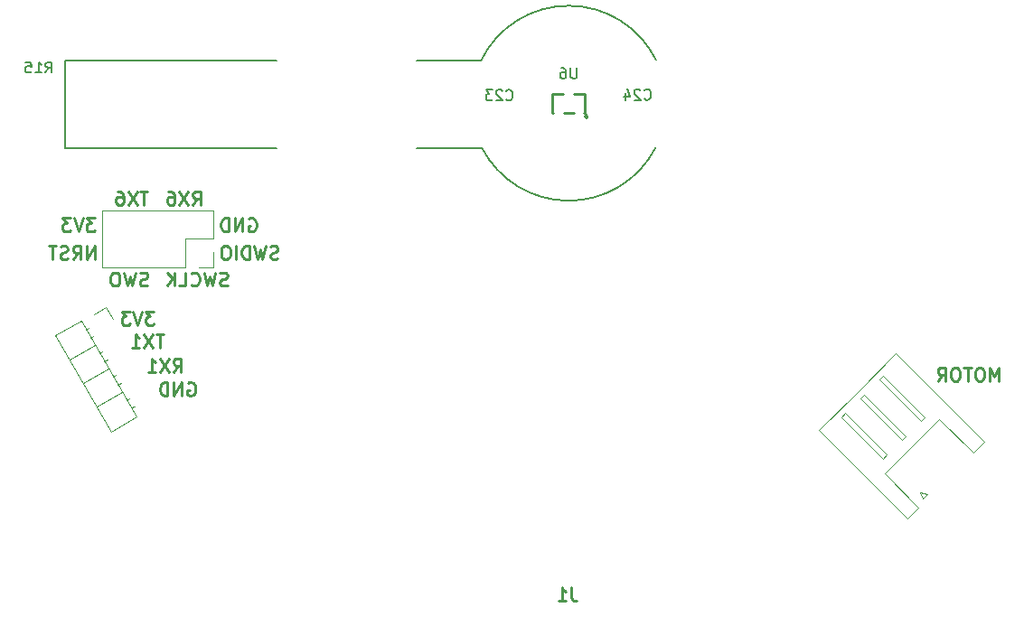
<source format=gbr>
%TF.GenerationSoftware,KiCad,Pcbnew,9.0.1*%
%TF.CreationDate,2025-05-12T15:51:15-07:00*%
%TF.ProjectId,SmartKnobController_ME507,536d6172-744b-46e6-9f62-436f6e74726f,rev?*%
%TF.SameCoordinates,Original*%
%TF.FileFunction,Legend,Bot*%
%TF.FilePolarity,Positive*%
%FSLAX46Y46*%
G04 Gerber Fmt 4.6, Leading zero omitted, Abs format (unit mm)*
G04 Created by KiCad (PCBNEW 9.0.1) date 2025-05-12 15:51:15*
%MOMM*%
%LPD*%
G01*
G04 APERTURE LIST*
%ADD10C,0.250000*%
%ADD11C,0.150000*%
%ADD12C,0.120000*%
%ADD13C,0.200000*%
G04 APERTURE END LIST*
D10*
X108756955Y-99184023D02*
X107983146Y-99184023D01*
X107983146Y-99184023D02*
X108399812Y-99660214D01*
X108399812Y-99660214D02*
X108221241Y-99660214D01*
X108221241Y-99660214D02*
X108102193Y-99719738D01*
X108102193Y-99719738D02*
X108042669Y-99779261D01*
X108042669Y-99779261D02*
X107983146Y-99898309D01*
X107983146Y-99898309D02*
X107983146Y-100195928D01*
X107983146Y-100195928D02*
X108042669Y-100314976D01*
X108042669Y-100314976D02*
X108102193Y-100374500D01*
X108102193Y-100374500D02*
X108221241Y-100434023D01*
X108221241Y-100434023D02*
X108578384Y-100434023D01*
X108578384Y-100434023D02*
X108697431Y-100374500D01*
X108697431Y-100374500D02*
X108756955Y-100314976D01*
X107626003Y-99184023D02*
X107209336Y-100434023D01*
X107209336Y-100434023D02*
X106792670Y-99184023D01*
X106495050Y-99184023D02*
X105721241Y-99184023D01*
X105721241Y-99184023D02*
X106137907Y-99660214D01*
X106137907Y-99660214D02*
X105959336Y-99660214D01*
X105959336Y-99660214D02*
X105840288Y-99719738D01*
X105840288Y-99719738D02*
X105780764Y-99779261D01*
X105780764Y-99779261D02*
X105721241Y-99898309D01*
X105721241Y-99898309D02*
X105721241Y-100195928D01*
X105721241Y-100195928D02*
X105780764Y-100314976D01*
X105780764Y-100314976D02*
X105840288Y-100374500D01*
X105840288Y-100374500D02*
X105959336Y-100434023D01*
X105959336Y-100434023D02*
X106316479Y-100434023D01*
X106316479Y-100434023D02*
X106435526Y-100374500D01*
X106435526Y-100374500D02*
X106495050Y-100314976D01*
X113716479Y-96684023D02*
X113002193Y-96684023D01*
X113359336Y-97934023D02*
X113359336Y-96684023D01*
X112704574Y-96684023D02*
X111871241Y-97934023D01*
X111871241Y-96684023D02*
X112704574Y-97934023D01*
X110859336Y-96684023D02*
X111097431Y-96684023D01*
X111097431Y-96684023D02*
X111216479Y-96743547D01*
X111216479Y-96743547D02*
X111276003Y-96803071D01*
X111276003Y-96803071D02*
X111395050Y-96981642D01*
X111395050Y-96981642D02*
X111454574Y-97219738D01*
X111454574Y-97219738D02*
X111454574Y-97695928D01*
X111454574Y-97695928D02*
X111395050Y-97814976D01*
X111395050Y-97814976D02*
X111335527Y-97874500D01*
X111335527Y-97874500D02*
X111216479Y-97934023D01*
X111216479Y-97934023D02*
X110978384Y-97934023D01*
X110978384Y-97934023D02*
X110859336Y-97874500D01*
X110859336Y-97874500D02*
X110799812Y-97814976D01*
X110799812Y-97814976D02*
X110740289Y-97695928D01*
X110740289Y-97695928D02*
X110740289Y-97398309D01*
X110740289Y-97398309D02*
X110799812Y-97279261D01*
X110799812Y-97279261D02*
X110859336Y-97219738D01*
X110859336Y-97219738D02*
X110978384Y-97160214D01*
X110978384Y-97160214D02*
X111216479Y-97160214D01*
X111216479Y-97160214D02*
X111335527Y-97219738D01*
X111335527Y-97219738D02*
X111395050Y-97279261D01*
X111395050Y-97279261D02*
X111454574Y-97398309D01*
X116123622Y-113584023D02*
X116540288Y-112988785D01*
X116837907Y-113584023D02*
X116837907Y-112334023D01*
X116837907Y-112334023D02*
X116361717Y-112334023D01*
X116361717Y-112334023D02*
X116242669Y-112393547D01*
X116242669Y-112393547D02*
X116183146Y-112453071D01*
X116183146Y-112453071D02*
X116123622Y-112572119D01*
X116123622Y-112572119D02*
X116123622Y-112750690D01*
X116123622Y-112750690D02*
X116183146Y-112869738D01*
X116183146Y-112869738D02*
X116242669Y-112929261D01*
X116242669Y-112929261D02*
X116361717Y-112988785D01*
X116361717Y-112988785D02*
X116837907Y-112988785D01*
X115706955Y-112334023D02*
X114873622Y-113584023D01*
X114873622Y-112334023D02*
X115706955Y-113584023D01*
X113742670Y-113584023D02*
X114456955Y-113584023D01*
X114099812Y-113584023D02*
X114099812Y-112334023D01*
X114099812Y-112334023D02*
X114218860Y-112512595D01*
X114218860Y-112512595D02*
X114337908Y-112631642D01*
X114337908Y-112631642D02*
X114456955Y-112691166D01*
X113697431Y-105474500D02*
X113518860Y-105534023D01*
X113518860Y-105534023D02*
X113221241Y-105534023D01*
X113221241Y-105534023D02*
X113102193Y-105474500D01*
X113102193Y-105474500D02*
X113042669Y-105414976D01*
X113042669Y-105414976D02*
X112983146Y-105295928D01*
X112983146Y-105295928D02*
X112983146Y-105176880D01*
X112983146Y-105176880D02*
X113042669Y-105057833D01*
X113042669Y-105057833D02*
X113102193Y-104998309D01*
X113102193Y-104998309D02*
X113221241Y-104938785D01*
X113221241Y-104938785D02*
X113459336Y-104879261D01*
X113459336Y-104879261D02*
X113578384Y-104819738D01*
X113578384Y-104819738D02*
X113637907Y-104760214D01*
X113637907Y-104760214D02*
X113697431Y-104641166D01*
X113697431Y-104641166D02*
X113697431Y-104522119D01*
X113697431Y-104522119D02*
X113637907Y-104403071D01*
X113637907Y-104403071D02*
X113578384Y-104343547D01*
X113578384Y-104343547D02*
X113459336Y-104284023D01*
X113459336Y-104284023D02*
X113161717Y-104284023D01*
X113161717Y-104284023D02*
X112983146Y-104343547D01*
X112566479Y-104284023D02*
X112268860Y-105534023D01*
X112268860Y-105534023D02*
X112030765Y-104641166D01*
X112030765Y-104641166D02*
X111792670Y-105534023D01*
X111792670Y-105534023D02*
X111495051Y-104284023D01*
X110780765Y-104284023D02*
X110542670Y-104284023D01*
X110542670Y-104284023D02*
X110423622Y-104343547D01*
X110423622Y-104343547D02*
X110304575Y-104462595D01*
X110304575Y-104462595D02*
X110245051Y-104700690D01*
X110245051Y-104700690D02*
X110245051Y-105117357D01*
X110245051Y-105117357D02*
X110304575Y-105355452D01*
X110304575Y-105355452D02*
X110423622Y-105474500D01*
X110423622Y-105474500D02*
X110542670Y-105534023D01*
X110542670Y-105534023D02*
X110780765Y-105534023D01*
X110780765Y-105534023D02*
X110899813Y-105474500D01*
X110899813Y-105474500D02*
X111018860Y-105355452D01*
X111018860Y-105355452D02*
X111078384Y-105117357D01*
X111078384Y-105117357D02*
X111078384Y-104700690D01*
X111078384Y-104700690D02*
X111018860Y-104462595D01*
X111018860Y-104462595D02*
X110899813Y-104343547D01*
X110899813Y-104343547D02*
X110780765Y-104284023D01*
X115216479Y-110084023D02*
X114502193Y-110084023D01*
X114859336Y-111334023D02*
X114859336Y-110084023D01*
X114204574Y-110084023D02*
X113371241Y-111334023D01*
X113371241Y-110084023D02*
X114204574Y-111334023D01*
X112240289Y-111334023D02*
X112954574Y-111334023D01*
X112597431Y-111334023D02*
X112597431Y-110084023D01*
X112597431Y-110084023D02*
X112716479Y-110262595D01*
X112716479Y-110262595D02*
X112835527Y-110381642D01*
X112835527Y-110381642D02*
X112954574Y-110441166D01*
X193437907Y-114434023D02*
X193437907Y-113184023D01*
X193437907Y-113184023D02*
X193021241Y-114076880D01*
X193021241Y-114076880D02*
X192604574Y-113184023D01*
X192604574Y-113184023D02*
X192604574Y-114434023D01*
X191771241Y-113184023D02*
X191533146Y-113184023D01*
X191533146Y-113184023D02*
X191414098Y-113243547D01*
X191414098Y-113243547D02*
X191295051Y-113362595D01*
X191295051Y-113362595D02*
X191235527Y-113600690D01*
X191235527Y-113600690D02*
X191235527Y-114017357D01*
X191235527Y-114017357D02*
X191295051Y-114255452D01*
X191295051Y-114255452D02*
X191414098Y-114374500D01*
X191414098Y-114374500D02*
X191533146Y-114434023D01*
X191533146Y-114434023D02*
X191771241Y-114434023D01*
X191771241Y-114434023D02*
X191890289Y-114374500D01*
X191890289Y-114374500D02*
X192009336Y-114255452D01*
X192009336Y-114255452D02*
X192068860Y-114017357D01*
X192068860Y-114017357D02*
X192068860Y-113600690D01*
X192068860Y-113600690D02*
X192009336Y-113362595D01*
X192009336Y-113362595D02*
X191890289Y-113243547D01*
X191890289Y-113243547D02*
X191771241Y-113184023D01*
X190878384Y-113184023D02*
X190164098Y-113184023D01*
X190521241Y-114434023D02*
X190521241Y-113184023D01*
X189509336Y-113184023D02*
X189271241Y-113184023D01*
X189271241Y-113184023D02*
X189152193Y-113243547D01*
X189152193Y-113243547D02*
X189033146Y-113362595D01*
X189033146Y-113362595D02*
X188973622Y-113600690D01*
X188973622Y-113600690D02*
X188973622Y-114017357D01*
X188973622Y-114017357D02*
X189033146Y-114255452D01*
X189033146Y-114255452D02*
X189152193Y-114374500D01*
X189152193Y-114374500D02*
X189271241Y-114434023D01*
X189271241Y-114434023D02*
X189509336Y-114434023D01*
X189509336Y-114434023D02*
X189628384Y-114374500D01*
X189628384Y-114374500D02*
X189747431Y-114255452D01*
X189747431Y-114255452D02*
X189806955Y-114017357D01*
X189806955Y-114017357D02*
X189806955Y-113600690D01*
X189806955Y-113600690D02*
X189747431Y-113362595D01*
X189747431Y-113362595D02*
X189628384Y-113243547D01*
X189628384Y-113243547D02*
X189509336Y-113184023D01*
X187723622Y-114434023D02*
X188140288Y-113838785D01*
X188437907Y-114434023D02*
X188437907Y-113184023D01*
X188437907Y-113184023D02*
X187961717Y-113184023D01*
X187961717Y-113184023D02*
X187842669Y-113243547D01*
X187842669Y-113243547D02*
X187783146Y-113303071D01*
X187783146Y-113303071D02*
X187723622Y-113422119D01*
X187723622Y-113422119D02*
X187723622Y-113600690D01*
X187723622Y-113600690D02*
X187783146Y-113719738D01*
X187783146Y-113719738D02*
X187842669Y-113779261D01*
X187842669Y-113779261D02*
X187961717Y-113838785D01*
X187961717Y-113838785D02*
X188437907Y-113838785D01*
X117923622Y-97934023D02*
X118340288Y-97338785D01*
X118637907Y-97934023D02*
X118637907Y-96684023D01*
X118637907Y-96684023D02*
X118161717Y-96684023D01*
X118161717Y-96684023D02*
X118042669Y-96743547D01*
X118042669Y-96743547D02*
X117983146Y-96803071D01*
X117983146Y-96803071D02*
X117923622Y-96922119D01*
X117923622Y-96922119D02*
X117923622Y-97100690D01*
X117923622Y-97100690D02*
X117983146Y-97219738D01*
X117983146Y-97219738D02*
X118042669Y-97279261D01*
X118042669Y-97279261D02*
X118161717Y-97338785D01*
X118161717Y-97338785D02*
X118637907Y-97338785D01*
X117506955Y-96684023D02*
X116673622Y-97934023D01*
X116673622Y-96684023D02*
X117506955Y-97934023D01*
X115661717Y-96684023D02*
X115899812Y-96684023D01*
X115899812Y-96684023D02*
X116018860Y-96743547D01*
X116018860Y-96743547D02*
X116078384Y-96803071D01*
X116078384Y-96803071D02*
X116197431Y-96981642D01*
X116197431Y-96981642D02*
X116256955Y-97219738D01*
X116256955Y-97219738D02*
X116256955Y-97695928D01*
X116256955Y-97695928D02*
X116197431Y-97814976D01*
X116197431Y-97814976D02*
X116137908Y-97874500D01*
X116137908Y-97874500D02*
X116018860Y-97934023D01*
X116018860Y-97934023D02*
X115780765Y-97934023D01*
X115780765Y-97934023D02*
X115661717Y-97874500D01*
X115661717Y-97874500D02*
X115602193Y-97814976D01*
X115602193Y-97814976D02*
X115542670Y-97695928D01*
X115542670Y-97695928D02*
X115542670Y-97398309D01*
X115542670Y-97398309D02*
X115602193Y-97279261D01*
X115602193Y-97279261D02*
X115661717Y-97219738D01*
X115661717Y-97219738D02*
X115780765Y-97160214D01*
X115780765Y-97160214D02*
X116018860Y-97160214D01*
X116018860Y-97160214D02*
X116137908Y-97219738D01*
X116137908Y-97219738D02*
X116197431Y-97279261D01*
X116197431Y-97279261D02*
X116256955Y-97398309D01*
X117483146Y-114643547D02*
X117602193Y-114584023D01*
X117602193Y-114584023D02*
X117780765Y-114584023D01*
X117780765Y-114584023D02*
X117959336Y-114643547D01*
X117959336Y-114643547D02*
X118078384Y-114762595D01*
X118078384Y-114762595D02*
X118137907Y-114881642D01*
X118137907Y-114881642D02*
X118197431Y-115119738D01*
X118197431Y-115119738D02*
X118197431Y-115298309D01*
X118197431Y-115298309D02*
X118137907Y-115536404D01*
X118137907Y-115536404D02*
X118078384Y-115655452D01*
X118078384Y-115655452D02*
X117959336Y-115774500D01*
X117959336Y-115774500D02*
X117780765Y-115834023D01*
X117780765Y-115834023D02*
X117661717Y-115834023D01*
X117661717Y-115834023D02*
X117483146Y-115774500D01*
X117483146Y-115774500D02*
X117423622Y-115714976D01*
X117423622Y-115714976D02*
X117423622Y-115298309D01*
X117423622Y-115298309D02*
X117661717Y-115298309D01*
X116887907Y-115834023D02*
X116887907Y-114584023D01*
X116887907Y-114584023D02*
X116173622Y-115834023D01*
X116173622Y-115834023D02*
X116173622Y-114584023D01*
X115578383Y-115834023D02*
X115578383Y-114584023D01*
X115578383Y-114584023D02*
X115280764Y-114584023D01*
X115280764Y-114584023D02*
X115102193Y-114643547D01*
X115102193Y-114643547D02*
X114983145Y-114762595D01*
X114983145Y-114762595D02*
X114923622Y-114881642D01*
X114923622Y-114881642D02*
X114864098Y-115119738D01*
X114864098Y-115119738D02*
X114864098Y-115298309D01*
X114864098Y-115298309D02*
X114923622Y-115536404D01*
X114923622Y-115536404D02*
X114983145Y-115655452D01*
X114983145Y-115655452D02*
X115102193Y-115774500D01*
X115102193Y-115774500D02*
X115280764Y-115834023D01*
X115280764Y-115834023D02*
X115578383Y-115834023D01*
X114306955Y-107934023D02*
X113533146Y-107934023D01*
X113533146Y-107934023D02*
X113949812Y-108410214D01*
X113949812Y-108410214D02*
X113771241Y-108410214D01*
X113771241Y-108410214D02*
X113652193Y-108469738D01*
X113652193Y-108469738D02*
X113592669Y-108529261D01*
X113592669Y-108529261D02*
X113533146Y-108648309D01*
X113533146Y-108648309D02*
X113533146Y-108945928D01*
X113533146Y-108945928D02*
X113592669Y-109064976D01*
X113592669Y-109064976D02*
X113652193Y-109124500D01*
X113652193Y-109124500D02*
X113771241Y-109184023D01*
X113771241Y-109184023D02*
X114128384Y-109184023D01*
X114128384Y-109184023D02*
X114247431Y-109124500D01*
X114247431Y-109124500D02*
X114306955Y-109064976D01*
X113176003Y-107934023D02*
X112759336Y-109184023D01*
X112759336Y-109184023D02*
X112342670Y-107934023D01*
X112045050Y-107934023D02*
X111271241Y-107934023D01*
X111271241Y-107934023D02*
X111687907Y-108410214D01*
X111687907Y-108410214D02*
X111509336Y-108410214D01*
X111509336Y-108410214D02*
X111390288Y-108469738D01*
X111390288Y-108469738D02*
X111330764Y-108529261D01*
X111330764Y-108529261D02*
X111271241Y-108648309D01*
X111271241Y-108648309D02*
X111271241Y-108945928D01*
X111271241Y-108945928D02*
X111330764Y-109064976D01*
X111330764Y-109064976D02*
X111390288Y-109124500D01*
X111390288Y-109124500D02*
X111509336Y-109184023D01*
X111509336Y-109184023D02*
X111866479Y-109184023D01*
X111866479Y-109184023D02*
X111985526Y-109124500D01*
X111985526Y-109124500D02*
X112045050Y-109064976D01*
X108737907Y-103034023D02*
X108737907Y-101784023D01*
X108737907Y-101784023D02*
X108023622Y-103034023D01*
X108023622Y-103034023D02*
X108023622Y-101784023D01*
X106714098Y-103034023D02*
X107130764Y-102438785D01*
X107428383Y-103034023D02*
X107428383Y-101784023D01*
X107428383Y-101784023D02*
X106952193Y-101784023D01*
X106952193Y-101784023D02*
X106833145Y-101843547D01*
X106833145Y-101843547D02*
X106773622Y-101903071D01*
X106773622Y-101903071D02*
X106714098Y-102022119D01*
X106714098Y-102022119D02*
X106714098Y-102200690D01*
X106714098Y-102200690D02*
X106773622Y-102319738D01*
X106773622Y-102319738D02*
X106833145Y-102379261D01*
X106833145Y-102379261D02*
X106952193Y-102438785D01*
X106952193Y-102438785D02*
X107428383Y-102438785D01*
X106237907Y-102974500D02*
X106059336Y-103034023D01*
X106059336Y-103034023D02*
X105761717Y-103034023D01*
X105761717Y-103034023D02*
X105642669Y-102974500D01*
X105642669Y-102974500D02*
X105583145Y-102914976D01*
X105583145Y-102914976D02*
X105523622Y-102795928D01*
X105523622Y-102795928D02*
X105523622Y-102676880D01*
X105523622Y-102676880D02*
X105583145Y-102557833D01*
X105583145Y-102557833D02*
X105642669Y-102498309D01*
X105642669Y-102498309D02*
X105761717Y-102438785D01*
X105761717Y-102438785D02*
X105999812Y-102379261D01*
X105999812Y-102379261D02*
X106118860Y-102319738D01*
X106118860Y-102319738D02*
X106178383Y-102260214D01*
X106178383Y-102260214D02*
X106237907Y-102141166D01*
X106237907Y-102141166D02*
X106237907Y-102022119D01*
X106237907Y-102022119D02*
X106178383Y-101903071D01*
X106178383Y-101903071D02*
X106118860Y-101843547D01*
X106118860Y-101843547D02*
X105999812Y-101784023D01*
X105999812Y-101784023D02*
X105702193Y-101784023D01*
X105702193Y-101784023D02*
X105523622Y-101843547D01*
X105166479Y-101784023D02*
X104452193Y-101784023D01*
X104809336Y-103034023D02*
X104809336Y-101784023D01*
X125897431Y-102974500D02*
X125718860Y-103034023D01*
X125718860Y-103034023D02*
X125421241Y-103034023D01*
X125421241Y-103034023D02*
X125302193Y-102974500D01*
X125302193Y-102974500D02*
X125242669Y-102914976D01*
X125242669Y-102914976D02*
X125183146Y-102795928D01*
X125183146Y-102795928D02*
X125183146Y-102676880D01*
X125183146Y-102676880D02*
X125242669Y-102557833D01*
X125242669Y-102557833D02*
X125302193Y-102498309D01*
X125302193Y-102498309D02*
X125421241Y-102438785D01*
X125421241Y-102438785D02*
X125659336Y-102379261D01*
X125659336Y-102379261D02*
X125778384Y-102319738D01*
X125778384Y-102319738D02*
X125837907Y-102260214D01*
X125837907Y-102260214D02*
X125897431Y-102141166D01*
X125897431Y-102141166D02*
X125897431Y-102022119D01*
X125897431Y-102022119D02*
X125837907Y-101903071D01*
X125837907Y-101903071D02*
X125778384Y-101843547D01*
X125778384Y-101843547D02*
X125659336Y-101784023D01*
X125659336Y-101784023D02*
X125361717Y-101784023D01*
X125361717Y-101784023D02*
X125183146Y-101843547D01*
X124766479Y-101784023D02*
X124468860Y-103034023D01*
X124468860Y-103034023D02*
X124230765Y-102141166D01*
X124230765Y-102141166D02*
X123992670Y-103034023D01*
X123992670Y-103034023D02*
X123695051Y-101784023D01*
X123218860Y-103034023D02*
X123218860Y-101784023D01*
X123218860Y-101784023D02*
X122921241Y-101784023D01*
X122921241Y-101784023D02*
X122742670Y-101843547D01*
X122742670Y-101843547D02*
X122623622Y-101962595D01*
X122623622Y-101962595D02*
X122564099Y-102081642D01*
X122564099Y-102081642D02*
X122504575Y-102319738D01*
X122504575Y-102319738D02*
X122504575Y-102498309D01*
X122504575Y-102498309D02*
X122564099Y-102736404D01*
X122564099Y-102736404D02*
X122623622Y-102855452D01*
X122623622Y-102855452D02*
X122742670Y-102974500D01*
X122742670Y-102974500D02*
X122921241Y-103034023D01*
X122921241Y-103034023D02*
X123218860Y-103034023D01*
X121968860Y-103034023D02*
X121968860Y-101784023D01*
X121135527Y-101784023D02*
X120897432Y-101784023D01*
X120897432Y-101784023D02*
X120778384Y-101843547D01*
X120778384Y-101843547D02*
X120659337Y-101962595D01*
X120659337Y-101962595D02*
X120599813Y-102200690D01*
X120599813Y-102200690D02*
X120599813Y-102617357D01*
X120599813Y-102617357D02*
X120659337Y-102855452D01*
X120659337Y-102855452D02*
X120778384Y-102974500D01*
X120778384Y-102974500D02*
X120897432Y-103034023D01*
X120897432Y-103034023D02*
X121135527Y-103034023D01*
X121135527Y-103034023D02*
X121254575Y-102974500D01*
X121254575Y-102974500D02*
X121373622Y-102855452D01*
X121373622Y-102855452D02*
X121433146Y-102617357D01*
X121433146Y-102617357D02*
X121433146Y-102200690D01*
X121433146Y-102200690D02*
X121373622Y-101962595D01*
X121373622Y-101962595D02*
X121254575Y-101843547D01*
X121254575Y-101843547D02*
X121135527Y-101784023D01*
X123183146Y-99243547D02*
X123302193Y-99184023D01*
X123302193Y-99184023D02*
X123480765Y-99184023D01*
X123480765Y-99184023D02*
X123659336Y-99243547D01*
X123659336Y-99243547D02*
X123778384Y-99362595D01*
X123778384Y-99362595D02*
X123837907Y-99481642D01*
X123837907Y-99481642D02*
X123897431Y-99719738D01*
X123897431Y-99719738D02*
X123897431Y-99898309D01*
X123897431Y-99898309D02*
X123837907Y-100136404D01*
X123837907Y-100136404D02*
X123778384Y-100255452D01*
X123778384Y-100255452D02*
X123659336Y-100374500D01*
X123659336Y-100374500D02*
X123480765Y-100434023D01*
X123480765Y-100434023D02*
X123361717Y-100434023D01*
X123361717Y-100434023D02*
X123183146Y-100374500D01*
X123183146Y-100374500D02*
X123123622Y-100314976D01*
X123123622Y-100314976D02*
X123123622Y-99898309D01*
X123123622Y-99898309D02*
X123361717Y-99898309D01*
X122587907Y-100434023D02*
X122587907Y-99184023D01*
X122587907Y-99184023D02*
X121873622Y-100434023D01*
X121873622Y-100434023D02*
X121873622Y-99184023D01*
X121278383Y-100434023D02*
X121278383Y-99184023D01*
X121278383Y-99184023D02*
X120980764Y-99184023D01*
X120980764Y-99184023D02*
X120802193Y-99243547D01*
X120802193Y-99243547D02*
X120683145Y-99362595D01*
X120683145Y-99362595D02*
X120623622Y-99481642D01*
X120623622Y-99481642D02*
X120564098Y-99719738D01*
X120564098Y-99719738D02*
X120564098Y-99898309D01*
X120564098Y-99898309D02*
X120623622Y-100136404D01*
X120623622Y-100136404D02*
X120683145Y-100255452D01*
X120683145Y-100255452D02*
X120802193Y-100374500D01*
X120802193Y-100374500D02*
X120980764Y-100434023D01*
X120980764Y-100434023D02*
X121278383Y-100434023D01*
X121197431Y-105474500D02*
X121018860Y-105534023D01*
X121018860Y-105534023D02*
X120721241Y-105534023D01*
X120721241Y-105534023D02*
X120602193Y-105474500D01*
X120602193Y-105474500D02*
X120542669Y-105414976D01*
X120542669Y-105414976D02*
X120483146Y-105295928D01*
X120483146Y-105295928D02*
X120483146Y-105176880D01*
X120483146Y-105176880D02*
X120542669Y-105057833D01*
X120542669Y-105057833D02*
X120602193Y-104998309D01*
X120602193Y-104998309D02*
X120721241Y-104938785D01*
X120721241Y-104938785D02*
X120959336Y-104879261D01*
X120959336Y-104879261D02*
X121078384Y-104819738D01*
X121078384Y-104819738D02*
X121137907Y-104760214D01*
X121137907Y-104760214D02*
X121197431Y-104641166D01*
X121197431Y-104641166D02*
X121197431Y-104522119D01*
X121197431Y-104522119D02*
X121137907Y-104403071D01*
X121137907Y-104403071D02*
X121078384Y-104343547D01*
X121078384Y-104343547D02*
X120959336Y-104284023D01*
X120959336Y-104284023D02*
X120661717Y-104284023D01*
X120661717Y-104284023D02*
X120483146Y-104343547D01*
X120066479Y-104284023D02*
X119768860Y-105534023D01*
X119768860Y-105534023D02*
X119530765Y-104641166D01*
X119530765Y-104641166D02*
X119292670Y-105534023D01*
X119292670Y-105534023D02*
X118995051Y-104284023D01*
X117804575Y-105414976D02*
X117864099Y-105474500D01*
X117864099Y-105474500D02*
X118042670Y-105534023D01*
X118042670Y-105534023D02*
X118161718Y-105534023D01*
X118161718Y-105534023D02*
X118340289Y-105474500D01*
X118340289Y-105474500D02*
X118459337Y-105355452D01*
X118459337Y-105355452D02*
X118518860Y-105236404D01*
X118518860Y-105236404D02*
X118578384Y-104998309D01*
X118578384Y-104998309D02*
X118578384Y-104819738D01*
X118578384Y-104819738D02*
X118518860Y-104581642D01*
X118518860Y-104581642D02*
X118459337Y-104462595D01*
X118459337Y-104462595D02*
X118340289Y-104343547D01*
X118340289Y-104343547D02*
X118161718Y-104284023D01*
X118161718Y-104284023D02*
X118042670Y-104284023D01*
X118042670Y-104284023D02*
X117864099Y-104343547D01*
X117864099Y-104343547D02*
X117804575Y-104403071D01*
X116673622Y-105534023D02*
X117268860Y-105534023D01*
X117268860Y-105534023D02*
X117268860Y-104284023D01*
X116256955Y-105534023D02*
X116256955Y-104284023D01*
X115542670Y-105534023D02*
X116078384Y-104819738D01*
X115542670Y-104284023D02*
X116256955Y-104998309D01*
D11*
X160242857Y-88009580D02*
X160290476Y-88057200D01*
X160290476Y-88057200D02*
X160433333Y-88104819D01*
X160433333Y-88104819D02*
X160528571Y-88104819D01*
X160528571Y-88104819D02*
X160671428Y-88057200D01*
X160671428Y-88057200D02*
X160766666Y-87961961D01*
X160766666Y-87961961D02*
X160814285Y-87866723D01*
X160814285Y-87866723D02*
X160861904Y-87676247D01*
X160861904Y-87676247D02*
X160861904Y-87533390D01*
X160861904Y-87533390D02*
X160814285Y-87342914D01*
X160814285Y-87342914D02*
X160766666Y-87247676D01*
X160766666Y-87247676D02*
X160671428Y-87152438D01*
X160671428Y-87152438D02*
X160528571Y-87104819D01*
X160528571Y-87104819D02*
X160433333Y-87104819D01*
X160433333Y-87104819D02*
X160290476Y-87152438D01*
X160290476Y-87152438D02*
X160242857Y-87200057D01*
X159861904Y-87200057D02*
X159814285Y-87152438D01*
X159814285Y-87152438D02*
X159719047Y-87104819D01*
X159719047Y-87104819D02*
X159480952Y-87104819D01*
X159480952Y-87104819D02*
X159385714Y-87152438D01*
X159385714Y-87152438D02*
X159338095Y-87200057D01*
X159338095Y-87200057D02*
X159290476Y-87295295D01*
X159290476Y-87295295D02*
X159290476Y-87390533D01*
X159290476Y-87390533D02*
X159338095Y-87533390D01*
X159338095Y-87533390D02*
X159909523Y-88104819D01*
X159909523Y-88104819D02*
X159290476Y-88104819D01*
X158433333Y-87438152D02*
X158433333Y-88104819D01*
X158671428Y-87057200D02*
X158909523Y-87771485D01*
X158909523Y-87771485D02*
X158290476Y-87771485D01*
X147292857Y-88059580D02*
X147340476Y-88107200D01*
X147340476Y-88107200D02*
X147483333Y-88154819D01*
X147483333Y-88154819D02*
X147578571Y-88154819D01*
X147578571Y-88154819D02*
X147721428Y-88107200D01*
X147721428Y-88107200D02*
X147816666Y-88011961D01*
X147816666Y-88011961D02*
X147864285Y-87916723D01*
X147864285Y-87916723D02*
X147911904Y-87726247D01*
X147911904Y-87726247D02*
X147911904Y-87583390D01*
X147911904Y-87583390D02*
X147864285Y-87392914D01*
X147864285Y-87392914D02*
X147816666Y-87297676D01*
X147816666Y-87297676D02*
X147721428Y-87202438D01*
X147721428Y-87202438D02*
X147578571Y-87154819D01*
X147578571Y-87154819D02*
X147483333Y-87154819D01*
X147483333Y-87154819D02*
X147340476Y-87202438D01*
X147340476Y-87202438D02*
X147292857Y-87250057D01*
X146911904Y-87250057D02*
X146864285Y-87202438D01*
X146864285Y-87202438D02*
X146769047Y-87154819D01*
X146769047Y-87154819D02*
X146530952Y-87154819D01*
X146530952Y-87154819D02*
X146435714Y-87202438D01*
X146435714Y-87202438D02*
X146388095Y-87250057D01*
X146388095Y-87250057D02*
X146340476Y-87345295D01*
X146340476Y-87345295D02*
X146340476Y-87440533D01*
X146340476Y-87440533D02*
X146388095Y-87583390D01*
X146388095Y-87583390D02*
X146959523Y-88154819D01*
X146959523Y-88154819D02*
X146340476Y-88154819D01*
X146007142Y-87154819D02*
X145388095Y-87154819D01*
X145388095Y-87154819D02*
X145721428Y-87535771D01*
X145721428Y-87535771D02*
X145578571Y-87535771D01*
X145578571Y-87535771D02*
X145483333Y-87583390D01*
X145483333Y-87583390D02*
X145435714Y-87631009D01*
X145435714Y-87631009D02*
X145388095Y-87726247D01*
X145388095Y-87726247D02*
X145388095Y-87964342D01*
X145388095Y-87964342D02*
X145435714Y-88059580D01*
X145435714Y-88059580D02*
X145483333Y-88107200D01*
X145483333Y-88107200D02*
X145578571Y-88154819D01*
X145578571Y-88154819D02*
X145864285Y-88154819D01*
X145864285Y-88154819D02*
X145959523Y-88107200D01*
X145959523Y-88107200D02*
X146007142Y-88059580D01*
D10*
X153416666Y-133815273D02*
X153416666Y-134708130D01*
X153416666Y-134708130D02*
X153476189Y-134886702D01*
X153476189Y-134886702D02*
X153595237Y-135005750D01*
X153595237Y-135005750D02*
X153773808Y-135065273D01*
X153773808Y-135065273D02*
X153892856Y-135065273D01*
X152166666Y-135065273D02*
X152880951Y-135065273D01*
X152523808Y-135065273D02*
X152523808Y-133815273D01*
X152523808Y-133815273D02*
X152642856Y-133993845D01*
X152642856Y-133993845D02*
X152761904Y-134112892D01*
X152761904Y-134112892D02*
X152880951Y-134172416D01*
D11*
X104142857Y-85554819D02*
X104476190Y-85078628D01*
X104714285Y-85554819D02*
X104714285Y-84554819D01*
X104714285Y-84554819D02*
X104333333Y-84554819D01*
X104333333Y-84554819D02*
X104238095Y-84602438D01*
X104238095Y-84602438D02*
X104190476Y-84650057D01*
X104190476Y-84650057D02*
X104142857Y-84745295D01*
X104142857Y-84745295D02*
X104142857Y-84888152D01*
X104142857Y-84888152D02*
X104190476Y-84983390D01*
X104190476Y-84983390D02*
X104238095Y-85031009D01*
X104238095Y-85031009D02*
X104333333Y-85078628D01*
X104333333Y-85078628D02*
X104714285Y-85078628D01*
X103190476Y-85554819D02*
X103761904Y-85554819D01*
X103476190Y-85554819D02*
X103476190Y-84554819D01*
X103476190Y-84554819D02*
X103571428Y-84697676D01*
X103571428Y-84697676D02*
X103666666Y-84792914D01*
X103666666Y-84792914D02*
X103761904Y-84840533D01*
X102285714Y-84554819D02*
X102761904Y-84554819D01*
X102761904Y-84554819D02*
X102809523Y-85031009D01*
X102809523Y-85031009D02*
X102761904Y-84983390D01*
X102761904Y-84983390D02*
X102666666Y-84935771D01*
X102666666Y-84935771D02*
X102428571Y-84935771D01*
X102428571Y-84935771D02*
X102333333Y-84983390D01*
X102333333Y-84983390D02*
X102285714Y-85031009D01*
X102285714Y-85031009D02*
X102238095Y-85126247D01*
X102238095Y-85126247D02*
X102238095Y-85364342D01*
X102238095Y-85364342D02*
X102285714Y-85459580D01*
X102285714Y-85459580D02*
X102333333Y-85507200D01*
X102333333Y-85507200D02*
X102428571Y-85554819D01*
X102428571Y-85554819D02*
X102666666Y-85554819D01*
X102666666Y-85554819D02*
X102761904Y-85507200D01*
X102761904Y-85507200D02*
X102809523Y-85459580D01*
X153911904Y-85104819D02*
X153911904Y-85914342D01*
X153911904Y-85914342D02*
X153864285Y-86009580D01*
X153864285Y-86009580D02*
X153816666Y-86057200D01*
X153816666Y-86057200D02*
X153721428Y-86104819D01*
X153721428Y-86104819D02*
X153530952Y-86104819D01*
X153530952Y-86104819D02*
X153435714Y-86057200D01*
X153435714Y-86057200D02*
X153388095Y-86009580D01*
X153388095Y-86009580D02*
X153340476Y-85914342D01*
X153340476Y-85914342D02*
X153340476Y-85104819D01*
X152435714Y-85104819D02*
X152626190Y-85104819D01*
X152626190Y-85104819D02*
X152721428Y-85152438D01*
X152721428Y-85152438D02*
X152769047Y-85200057D01*
X152769047Y-85200057D02*
X152864285Y-85342914D01*
X152864285Y-85342914D02*
X152911904Y-85533390D01*
X152911904Y-85533390D02*
X152911904Y-85914342D01*
X152911904Y-85914342D02*
X152864285Y-86009580D01*
X152864285Y-86009580D02*
X152816666Y-86057200D01*
X152816666Y-86057200D02*
X152721428Y-86104819D01*
X152721428Y-86104819D02*
X152530952Y-86104819D01*
X152530952Y-86104819D02*
X152435714Y-86057200D01*
X152435714Y-86057200D02*
X152388095Y-86009580D01*
X152388095Y-86009580D02*
X152340476Y-85914342D01*
X152340476Y-85914342D02*
X152340476Y-85676247D01*
X152340476Y-85676247D02*
X152388095Y-85581009D01*
X152388095Y-85581009D02*
X152435714Y-85533390D01*
X152435714Y-85533390D02*
X152530952Y-85485771D01*
X152530952Y-85485771D02*
X152721428Y-85485771D01*
X152721428Y-85485771D02*
X152816666Y-85533390D01*
X152816666Y-85533390D02*
X152864285Y-85581009D01*
X152864285Y-85581009D02*
X152911904Y-85676247D01*
D12*
%TO.C,J4*%
X109479999Y-103780000D02*
X109479999Y-98480000D01*
X117209999Y-101130001D02*
X119859999Y-101130001D01*
X117209999Y-103780001D02*
X109479999Y-103780000D01*
X117209999Y-103780001D02*
X117209999Y-101130001D01*
X118479998Y-103780000D02*
X119859999Y-103780001D01*
X119859999Y-98480001D02*
X109479999Y-98480000D01*
X119859999Y-101130001D02*
X119859999Y-98480001D01*
X119859999Y-103780001D02*
X119859998Y-102400002D01*
%TO.C,J2*%
X105075996Y-110180478D02*
X107466226Y-108800477D01*
X107466226Y-108800477D02*
X112656227Y-117789820D01*
X108140412Y-109508201D02*
X107941226Y-109623202D01*
X108570412Y-110252983D02*
X108371225Y-110367982D01*
X108791226Y-111095444D02*
X106400995Y-112475445D01*
X109481982Y-111666585D02*
X109211226Y-111822906D01*
X109824853Y-107565740D02*
X108725000Y-108200739D01*
X109911982Y-112411366D02*
X109641226Y-112567688D01*
X110061226Y-113295149D02*
X107670996Y-114675149D01*
X110265996Y-119169822D02*
X105075996Y-110180478D01*
X110459854Y-108665591D02*
X109824853Y-107565740D01*
X110751982Y-113866289D02*
X110481226Y-114022610D01*
X111181982Y-114611071D02*
X110911226Y-114767392D01*
X111331227Y-115494853D02*
X108940996Y-116874853D01*
X112021982Y-116065994D02*
X111751226Y-116222315D01*
X112451982Y-116810776D02*
X112181226Y-116967097D01*
X112656227Y-117789820D02*
X110265996Y-119169822D01*
D13*
%TO.C,R15*%
X106003382Y-84400000D02*
X125750000Y-84400000D01*
X106003382Y-92600000D02*
X106003382Y-84400000D01*
X106003382Y-92600000D02*
X125750000Y-92600000D01*
X138950000Y-84400000D02*
X144950000Y-84400000D01*
X138950000Y-92600000D02*
X144950000Y-92600000D01*
X144950001Y-84400000D02*
G75*
G02*
X161349999Y-84400001I8199999J-3999999D01*
G01*
X161279114Y-92600000D02*
G75*
G02*
X145020886Y-92600000I-8129114J4199999D01*
G01*
D12*
%TO.C,J3*%
X176624859Y-119030779D02*
X184912150Y-127318071D01*
X178689610Y-117828698D02*
X179043164Y-117475144D01*
X179043164Y-117475144D02*
X182932251Y-121364232D01*
X180202820Y-115452818D02*
X176624859Y-119030779D01*
X180202820Y-115452818D02*
X183780779Y-111874859D01*
X180457377Y-116060931D02*
X180810931Y-115707377D01*
X180810931Y-115707377D02*
X184700018Y-119596465D01*
X182225144Y-114293164D02*
X182578698Y-113939609D01*
X182578698Y-113939609D02*
X186467785Y-117828698D01*
X182578698Y-121717785D02*
X178689610Y-117828698D01*
X182734261Y-123131999D02*
X185308130Y-120558130D01*
X182932251Y-121364232D02*
X182578698Y-121717785D01*
X183780779Y-111874859D02*
X192068071Y-120162150D01*
X184346465Y-119950018D02*
X180457377Y-116060931D01*
X184700018Y-119596465D02*
X184346465Y-119950018D01*
X184912150Y-127318071D02*
X185916242Y-126313979D01*
X185916242Y-126313979D02*
X182734261Y-123131999D01*
X186078876Y-124864410D02*
X186291007Y-125500807D01*
X186114232Y-118182251D02*
X182225144Y-114293164D01*
X186291007Y-125500807D02*
X186715273Y-125076541D01*
X186467785Y-117828698D02*
X186114232Y-118182251D01*
X186715273Y-125076541D02*
X186078876Y-124864410D01*
X187881998Y-117984261D02*
X185308130Y-120558130D01*
X191063979Y-121166242D02*
X187881998Y-117984261D01*
X192068071Y-120162150D02*
X191063979Y-121166242D01*
D10*
%TO.C,U6*%
X151620000Y-87510000D02*
X151620000Y-89290000D01*
X151620000Y-89290000D02*
X151700000Y-89290000D01*
X152650000Y-87510000D02*
X151620000Y-87510000D01*
X152690000Y-89290000D02*
X153600000Y-89290000D01*
X154590000Y-89290000D02*
X154670000Y-89290000D01*
X154670000Y-87510000D02*
X153640000Y-87510000D01*
X154670000Y-89290000D02*
X154670000Y-87510000D01*
X154930000Y-89670000D02*
G75*
G02*
X154670000Y-89670000I-130000J0D01*
G01*
X154670000Y-89670000D02*
G75*
G02*
X154930000Y-89670000I130000J0D01*
G01*
%TD*%
M02*

</source>
